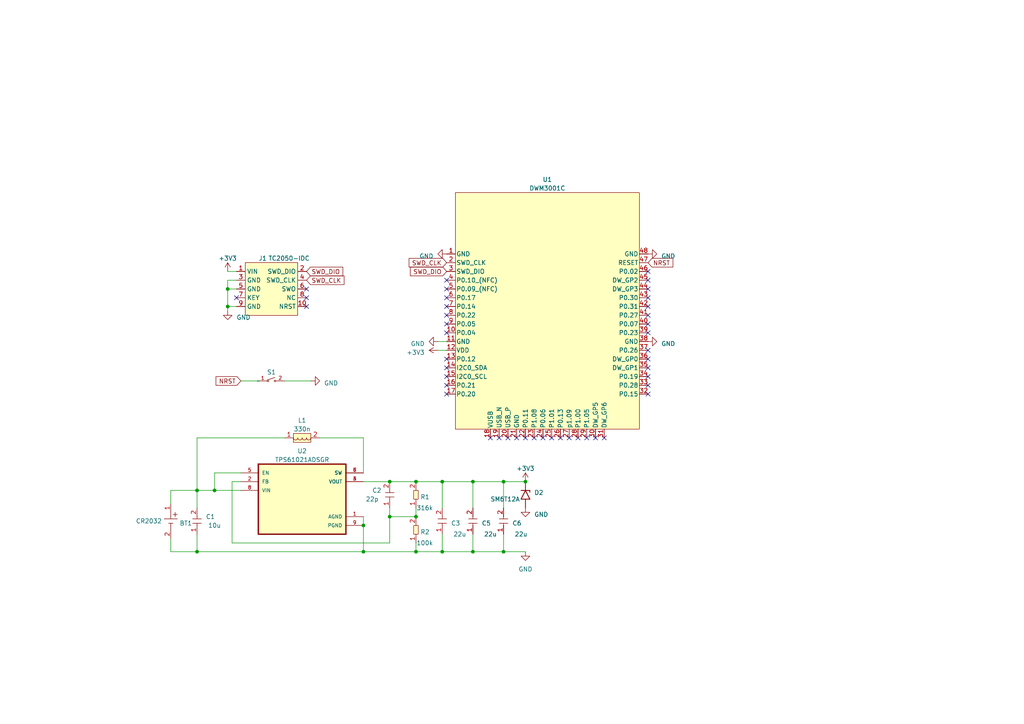
<source format=kicad_sch>
(kicad_sch (version 20230121) (generator eeschema)
  (paper "A4")
  (lib_symbols
    (symbol "Custom_Library:0402_Cap" (pin_names (offset 0.254))
      (property "Reference" "C?" (at -1.27 -2.54 0))
      (symbol "0402_Cap_0_1"
        (polyline (pts (xy 2.54 0) (xy 3.175 0)))
        (polyline (pts (xy 3.175 1.27) (xy 3.175 -1.27)))
        (polyline (pts (xy 4.445 0) (xy 5.08 0)))
        (polyline (pts (xy 4.445 1.27) (xy 4.445 -1.27)))
      )
      (symbol "0402_Cap_1_1"
        (pin passive line (at 0 0 0) (length 2.54) (name "") (number "1"))
        (pin passive line (at 7.62 0 180) (length 2.54) (name "") (number "2"))
      )
    )
    (symbol "Custom_Library:0402_Res"
      (property "Reference" "R?" (at -2.54 -2.54 0))
      (symbol "0402_Res_0_1"
        (polyline (pts (xy 2.54 0.635) (xy 2.54 -0.635) (xy 5.08 -0.635) (xy 5.08 0.635) (xy 2.54 0.635)) (fill (type background)))
      )
      (symbol "0402_Res_1_1"
        (pin passive line (at 0 0 0) (length 2.54) (name "") (number "1"))
        (pin passive line (at 7.62 0 180) (length 2.54) (name "") (number "2"))
      )
    )
    (symbol "Custom_Library:Battery"
      (property "Reference" "BT?" (at 0 -2.54 0))
      (property "Value" "CR2032" (at 8.89 -2.54 0))
      (symbol "Battery_0_1"
        (polyline (pts (xy 2.54 0) (xy 4.445 0) (xy 4.445 1.905) (xy 4.445 -1.905)))
        (polyline (pts (xy 7.62 0) (xy 5.715 0) (xy 5.715 0.635) (xy 5.715 -0.635)))
        (polyline (pts (xy 2.54 1.27) (xy 3.81 1.27) (xy 3.175 1.27) (xy 3.175 1.905) (xy 3.175 0.635) (xy 3.175 1.27)))
      )
      (symbol "Battery_1_1"
        (pin power_out line (at 0 0 0) (length 2.54) (name "") (number "1"))
        (pin power_out line (at 10.16 0 180) (length 2.54) (name "") (number "2"))
      )
    )
    (symbol "Custom_Library:C720477"
      (property "Reference" "S?" (at -1.27 -1.27 0))
      (symbol "C720477_0_0"
        (pin passive line (at 0 0 0) (length 2.54) (name "") (number "1"))
        (pin passive line (at 7.62 0 180) (length 2.54) (name "") (number "2"))
      )
      (symbol "C720477_0_1"
        (polyline (pts (xy 2.54 0.254) (xy 4.826 1.016)))
        (circle (center 2.794 0) (radius 0.254) (fill (type background)))
        (circle (center 4.826 0) (radius 0.254) (fill (type background)))
      )
    )
    (symbol "Custom_Library:DWM3001C" (pin_names (offset 0.254))
      (property "Reference" "U1" (at 27.94 73.66 0))
      (property "Value" "DWM3001C" (at 27.94 71.12 0))
      (symbol "DWM3001C_0_1"
        (rectangle (start 0 68.58) (end 53.34 0) (fill (type background)))
      )
      (symbol "DWM3001C_1_1"
        (pin power_in line (at -2.54 50.8 0) (length 2.54) (name "GND") (number "1"))
        (pin bidirectional line (at -2.54 27.94 0) (length 2.54) (name "P0.04") (number "10"))
        (pin power_in line (at -2.54 25.4 0) (length 2.54) (name "GND") (number "11"))
        (pin power_in line (at -2.54 22.86 0) (length 2.54) (name "VDD") (number "12"))
        (pin bidirectional line (at -2.54 20.32 0) (length 2.54) (name "P0.12") (number "13"))
        (pin bidirectional line (at -2.54 17.78 0) (length 2.54) (name "I2C0_SDA") (number "14"))
        (pin bidirectional line (at -2.54 15.24 0) (length 2.54) (name "I2C0_SCL") (number "15"))
        (pin bidirectional line (at -2.54 12.7 0) (length 2.54) (name "P0.21") (number "16"))
        (pin bidirectional line (at -2.54 10.16 0) (length 2.54) (name "P0.20") (number "17"))
        (pin power_in line (at 10.16 -2.54 90) (length 2.54) (name "VUSB") (number "18"))
        (pin bidirectional line (at 12.7 -2.54 90) (length 2.54) (name "USB_N") (number "19"))
        (pin bidirectional line (at -2.54 48.26 0) (length 2.54) (name "SWD_CLK") (number "2"))
        (pin bidirectional line (at 15.24 -2.54 90) (length 2.54) (name "USB_P") (number "20"))
        (pin power_in line (at 17.78 -2.54 90) (length 2.54) (name "GND") (number "21"))
        (pin bidirectional line (at 20.32 -2.54 90) (length 2.54) (name "P0.11") (number "22"))
        (pin bidirectional line (at 22.86 -2.54 90) (length 2.54) (name "P1.08") (number "23"))
        (pin bidirectional line (at 25.4 -2.54 90) (length 2.54) (name "P0.06") (number "24"))
        (pin bidirectional line (at 27.94 -2.54 90) (length 2.54) (name "P1.01") (number "25"))
        (pin bidirectional line (at 30.48 -2.54 90) (length 2.54) (name "P0.13") (number "26"))
        (pin bidirectional line (at 33.02 -2.54 90) (length 2.54) (name "p1.09") (number "27"))
        (pin bidirectional line (at 35.56 -2.54 90) (length 2.54) (name "P1.00") (number "28"))
        (pin bidirectional line (at 38.1 -2.54 90) (length 2.54) (name "P1.05") (number "29"))
        (pin bidirectional line (at -2.54 45.72 0) (length 2.54) (name "SWD_DIO") (number "3"))
        (pin bidirectional line (at 40.64 -2.54 90) (length 2.54) (name "DW_GP5") (number "30"))
        (pin bidirectional line (at 43.18 -2.54 90) (length 2.54) (name "DW_GP6") (number "31"))
        (pin bidirectional line (at 55.88 10.16 180) (length 2.54) (name "P0.15") (number "32"))
        (pin bidirectional line (at 55.88 12.7 180) (length 2.54) (name "P0.28") (number "33"))
        (pin bidirectional line (at 55.88 15.24 180) (length 2.54) (name "P0.19") (number "34"))
        (pin bidirectional line (at 55.88 17.78 180) (length 2.54) (name "DW_GP1") (number "35"))
        (pin bidirectional line (at 55.88 20.32 180) (length 2.54) (name "DW_GP0") (number "36"))
        (pin bidirectional line (at 55.88 22.86 180) (length 2.54) (name "P0.26") (number "37"))
        (pin power_in line (at 55.88 25.4 180) (length 2.54) (name "GND") (number "38"))
        (pin bidirectional line (at 55.88 27.94 180) (length 2.54) (name "P0.23") (number "39"))
        (pin bidirectional line (at -2.54 43.18 0) (length 2.54) (name "P0.10_(NFC)") (number "4"))
        (pin bidirectional line (at 55.88 30.48 180) (length 2.54) (name "P0.07") (number "40"))
        (pin bidirectional line (at 55.88 33.02 180) (length 2.54) (name "P0.27") (number "41"))
        (pin bidirectional line (at 55.88 35.56 180) (length 2.54) (name "P0.31") (number "42"))
        (pin bidirectional line (at 55.88 38.1 180) (length 2.54) (name "P0.30") (number "43"))
        (pin bidirectional line (at 55.88 40.64 180) (length 2.54) (name "DW_GP3") (number "44"))
        (pin bidirectional line (at 55.88 43.18 180) (length 2.54) (name "DW_GP2") (number "45"))
        (pin bidirectional line (at 55.88 45.72 180) (length 2.54) (name "P0.02") (number "46"))
        (pin bidirectional line (at 55.88 48.26 180) (length 2.54) (name "RESET") (number "47"))
        (pin power_in line (at 55.88 50.8 180) (length 2.54) (name "GND") (number "48"))
        (pin bidirectional line (at -2.54 40.64 0) (length 2.54) (name "P0.09_(NFC)") (number "5"))
        (pin bidirectional line (at -2.54 38.1 0) (length 2.54) (name "P0.17") (number "6"))
        (pin bidirectional line (at -2.54 35.56 0) (length 2.54) (name "P0.14") (number "7"))
        (pin bidirectional line (at -2.54 33.02 0) (length 2.54) (name "P0.22") (number "8"))
        (pin bidirectional line (at -2.54 30.48 0) (length 2.54) (name "P0.05") (number "9"))
      )
    )
    (symbol "Custom_Library:IHLP1212AEERR33M11"
      (property "Reference" "L?" (at 0 -2.54 0))
      (property "Value" "330nH" (at 5.08 -2.54 0))
      (symbol "IHLP1212AEERR33M11_0_1"
        (arc (start 2.54 0) (mid 3.175 -0.6238) (end 3.81 0))
        (rectangle (start 2.54 1.27) (end 7.62 -1.27) (fill (type background)))
        (arc (start 3.81 0) (mid 4.445 -0.6238) (end 5.08 0))
        (arc (start 5.08 0) (mid 5.715 -0.6238) (end 6.35 0))
        (arc (start 6.35 0) (mid 6.985 -0.6238) (end 7.62 0))
      )
      (symbol "IHLP1212AEERR33M11_1_1"
        (pin passive line (at 0 0 0) (length 2.54) (name "") (number "1"))
        (pin passive line (at 10.16 0 180) (length 2.54) (name "") (number "2"))
      )
    )
    (symbol "Custom_Library:TC2050-IDC"
      (property "Reference" "J1" (at -1.27 -1.27 0))
      (property "Value" "TC2050-IDC" (at 7.62 -1.27 0))
      (symbol "TC2050-IDC_0_1"
        (rectangle (start 0 15.24) (end 15.24 0) (fill (type background)))
      )
      (symbol "TC2050-IDC_1_1"
        (pin passive line (at -2.54 12.7 0) (length 2.54) (name "VIN") (number "1"))
        (pin passive line (at 17.78 2.54 180) (length 2.54) (name "NRST") (number "10"))
        (pin passive line (at 17.78 12.7 180) (length 2.54) (name "SWD_DIO") (number "2"))
        (pin passive line (at -2.54 10.16 0) (length 2.54) (name "GND") (number "3"))
        (pin passive line (at 17.78 10.16 180) (length 2.54) (name "SWD_CLK") (number "4"))
        (pin passive line (at -2.54 7.62 0) (length 2.54) (name "GND") (number "5"))
        (pin passive line (at 17.78 7.62 180) (length 2.54) (name "SWO") (number "6"))
        (pin passive line (at -2.54 5.08 0) (length 2.54) (name "KEY") (number "7"))
        (pin passive line (at 17.78 5.08 180) (length 2.54) (name "NC") (number "8"))
        (pin passive line (at -2.54 2.54 0) (length 2.54) (name "GND") (number "9"))
      )
    )
    (symbol "Diode:SM6T12A" (pin_numbers hide) (pin_names (offset 1.016) hide)
      (property "Reference" "D" (at 0 2.54 0))
      (property "Value" "SM6T12A" (at 0 -2.54 0))
      (symbol "SM6T12A_0_1"
        (polyline (pts (xy -0.762 1.27) (xy -1.27 1.27) (xy -1.27 -1.27)) (stroke (width 0.254)))
        (polyline (pts (xy 1.27 1.27) (xy 1.27 -1.27) (xy -1.27 0) (xy 1.27 1.27)) (stroke (width 0.254)))
      )
      (symbol "SM6T12A_1_1"
        (pin passive line (at -3.81 0 0) (length 2.54) (name "A1") (number "1"))
        (pin passive line (at 3.81 0 180) (length 2.54) (name "A2") (number "2"))
      )
    )
    (symbol "TPS61021ADSGR:TPS61021ADSGR" (pin_names (offset 1.016))
      (property "Reference" "U" (at -12.7 11.16 0))
      (property "Value" "TPS61021ADSGR" (at -12.7 -14.16 0))
      (symbol "TPS61021ADSGR_0_0"
        (rectangle (start -12.7 -10.16) (end 12.7 10.16) (stroke (width 0.41)) (fill (type background)))
        (pin power_in line (at 17.78 -5.08 180) (length 5.08) (name "AGND") (number "1"))
        (pin input line (at -17.78 5.08 0) (length 5.08) (name "FB") (number "2"))
        (pin power_out line (at 17.78 5.08 180) (length 5.08) (name "VOUT") (number "3"))
        (pin power_out line (at 17.78 5.08 180) (length 5.08) (name "VOUT") (number "4"))
        (pin input line (at -17.78 7.62 0) (length 5.08) (name "EN") (number "5"))
        (pin output line (at 17.78 7.62 180) (length 5.08) (name "SW") (number "6"))
        (pin output line (at 17.78 7.62 180) (length 5.08) (name "SW") (number "7"))
        (pin power_in line (at -17.78 2.54 0) (length 5.08) (name "VIN") (number "8"))
        (pin power_in line (at 17.78 -7.62 180) (length 5.08) (name "PGND") (number "9"))
      )
    )
    (symbol "power:+3V3" (power) (pin_names (offset 0))
      (property "Value" "+3V3" (at 0 3.556 0))
      (symbol "+3V3_0_1"
        (polyline (pts (xy -0.762 1.27) (xy 0 2.54)))
        (polyline (pts (xy 0 0) (xy 0 2.54)))
        (polyline (pts (xy 0 2.54) (xy 0.762 1.27)))
      )
      (symbol "+3V3_1_1"
        (pin power_in line (at 0 0 90) (length 0) hide (name "+3V3") (number "1"))
      )
    )
    (symbol "power:GND" (power) (pin_names (offset 0))
      (property "Value" "GND" (at 0 -3.81 0))
      (symbol "GND_0_1"
        (polyline (pts (xy 0 0) (xy 0 -1.27) (xy 1.27 -1.27) (xy 0 -2.54) (xy -1.27 -1.27) (xy 0 -1.27)))
      )
      (symbol "GND_1_1"
        (pin power_in line (at 0 0 270) (length 0) hide (name "GND") (number "1"))
      )
    )
  )
  (junction (at 66.04 83.82))
  (junction (at 120.65 149.86))
  (junction (at 146.05 160.02))
  (junction (at 146.05 139.7))
  (junction (at 137.16 139.7))
  (junction (at 57.15 142.24))
  (junction (at 113.03 149.86))
  (junction (at 120.65 160.02))
  (junction (at 128.27 160.02))
  (junction (at 113.03 139.7))
  (junction (at 57.15 160.02))
  (junction (at 105.41 152.4))
  (junction (at 120.65 139.7))
  (junction (at 137.16 160.02))
  (junction (at 105.41 160.02))
  (junction (at 66.04 88.9))
  (junction (at 62.23 142.24))
  (junction (at 152.4 139.7))
  (junction (at 128.27 139.7))
  (no_connect (at 129.54 104.14))
  (no_connect (at 129.54 91.44))
  (no_connect (at 129.54 86.36))
  (no_connect (at 129.54 109.22))
  (no_connect (at 172.72 127))
  (no_connect (at 187.96 91.44))
  (no_connect (at 142.24 127))
  (no_connect (at 129.54 114.3))
  (no_connect (at 187.96 88.9))
  (no_connect (at 157.48 127))
  (no_connect (at 187.96 78.74))
  (no_connect (at 129.54 83.82))
  (no_connect (at 129.54 106.68))
  (no_connect (at 129.54 111.76))
  (no_connect (at 162.56 127))
  (no_connect (at 167.64 127))
  (no_connect (at 88.9 88.9))
  (no_connect (at 144.78 127))
  (no_connect (at 187.96 104.14))
  (no_connect (at 187.96 83.82))
  (no_connect (at 129.54 93.98))
  (no_connect (at 68.58 86.36))
  (no_connect (at 147.32 127))
  (no_connect (at 187.96 93.98))
  (no_connect (at 88.9 83.82))
  (no_connect (at 187.96 86.36))
  (no_connect (at 170.18 127))
  (no_connect (at 160.02 127))
  (no_connect (at 152.4 127))
  (no_connect (at 129.54 88.9))
  (no_connect (at 187.96 114.3))
  (no_connect (at 187.96 106.68))
  (no_connect (at 175.26 127))
  (no_connect (at 149.86 127))
  (no_connect (at 187.96 101.6))
  (no_connect (at 129.54 81.28))
  (no_connect (at 129.54 96.52))
  (no_connect (at 154.94 127))
  (no_connect (at 187.96 96.52))
  (no_connect (at 187.96 109.22))
  (no_connect (at 88.9 86.36))
  (no_connect (at 165.1 127))
  (no_connect (at 187.96 81.28))
  (no_connect (at 187.96 111.76))
  (wire (pts (xy 82.55 110.49) (xy 90.17 110.49)))
  (wire (pts (xy 120.65 160.02) (xy 105.41 160.02)))
  (wire (pts (xy 67.31 157.48) (xy 113.03 157.48)))
  (wire (pts (xy 137.16 154.94) (xy 137.16 160.02)))
  (wire (pts (xy 105.41 127) (xy 105.41 137.16)))
  (wire (pts (xy 66.04 81.28) (xy 66.04 83.82)))
  (wire (pts (xy 137.16 139.7) (xy 128.27 139.7)))
  (wire (pts (xy 62.23 137.16) (xy 62.23 142.24)))
  (wire (pts (xy 49.53 142.24) (xy 49.53 146.05)))
  (wire (pts (xy 137.16 160.02) (xy 146.05 160.02)))
  (wire (pts (xy 69.85 137.16) (xy 62.23 137.16)))
  (wire (pts (xy 120.65 160.02) (xy 128.27 160.02)))
  (wire (pts (xy 67.31 139.7) (xy 67.31 157.48)))
  (wire (pts (xy 57.15 154.94) (xy 57.15 160.02)))
  (wire (pts (xy 66.04 78.74) (xy 68.58 78.74)))
  (wire (pts (xy 120.65 139.7) (xy 113.03 139.7)))
  (wire (pts (xy 120.65 157.48) (xy 120.65 160.02)))
  (wire (pts (xy 49.53 160.02) (xy 49.53 156.21)))
  (wire (pts (xy 105.41 149.86) (xy 105.41 152.4)))
  (wire (pts (xy 92.71 127) (xy 105.41 127)))
  (wire (pts (xy 105.41 152.4) (xy 105.41 160.02)))
  (wire (pts (xy 49.53 142.24) (xy 57.15 142.24)))
  (wire (pts (xy 67.31 139.7) (xy 69.85 139.7)))
  (wire (pts (xy 113.03 149.86) (xy 113.03 147.32)))
  (wire (pts (xy 128.27 139.7) (xy 120.65 139.7)))
  (wire (pts (xy 105.41 139.7) (xy 113.03 139.7)))
  (wire (pts (xy 57.15 142.24) (xy 62.23 142.24)))
  (wire (pts (xy 68.58 81.28) (xy 66.04 81.28)))
  (wire (pts (xy 66.04 88.9) (xy 66.04 90.17)))
  (wire (pts (xy 69.85 110.49) (xy 74.93 110.49)))
  (wire (pts (xy 120.65 147.32) (xy 120.65 149.86)))
  (wire (pts (xy 128.27 147.32) (xy 128.27 139.7)))
  (wire (pts (xy 57.15 160.02) (xy 49.53 160.02)))
  (wire (pts (xy 57.15 127) (xy 82.55 127)))
  (wire (pts (xy 57.15 127) (xy 57.15 142.24)))
  (wire (pts (xy 128.27 154.94) (xy 128.27 160.02)))
  (wire (pts (xy 146.05 147.32) (xy 146.05 139.7)))
  (wire (pts (xy 129.54 99.06) (xy 127 99.06)))
  (wire (pts (xy 146.05 154.94) (xy 146.05 160.02)))
  (wire (pts (xy 113.03 149.86) (xy 120.65 149.86)))
  (wire (pts (xy 57.15 160.02) (xy 105.41 160.02)))
  (wire (pts (xy 127 101.6) (xy 129.54 101.6)))
  (wire (pts (xy 137.16 139.7) (xy 146.05 139.7)))
  (wire (pts (xy 66.04 83.82) (xy 68.58 83.82)))
  (wire (pts (xy 66.04 83.82) (xy 66.04 88.9)))
  (wire (pts (xy 146.05 160.02) (xy 152.4 160.02)))
  (wire (pts (xy 146.05 139.7) (xy 152.4 139.7)))
  (wire (pts (xy 62.23 142.24) (xy 69.85 142.24)))
  (wire (pts (xy 128.27 160.02) (xy 137.16 160.02)))
  (wire (pts (xy 66.04 88.9) (xy 68.58 88.9)))
  (wire (pts (xy 57.15 147.32) (xy 57.15 142.24)))
  (wire (pts (xy 137.16 139.7) (xy 137.16 147.32)))
  (wire (pts (xy 113.03 149.86) (xy 113.03 157.48)))
  (global_label "SWD_CLK" (shape input) (at 88.9 81.28 0) (property "Intersheetrefs" "${INTERSHEET_REFS}" (effects hide)))
  (global_label "NRST" (shape input) (at 69.85 110.49 180) (property "Intersheetrefs" "${INTERSHEET_REFS}" (effects hide)))
  (global_label "NRST" (shape input) (at 187.96 76.2 0) (property "Intersheetrefs" "${INTERSHEET_REFS}" (effects hide)))
  (global_label "SWD_DIO" (shape input) (at 88.9 78.74 0) (property "Intersheetrefs" "${INTERSHEET_REFS}" (effects hide)))
  (global_label "SWD_CLK" (shape input) (at 129.54 76.2 180) (property "Intersheetrefs" "${INTERSHEET_REFS}" (effects hide)))
  (global_label "SWD_DIO" (shape input) (at 129.54 78.74 180) (property "Intersheetrefs" "${INTERSHEET_REFS}" (effects hide)))
  (symbol (lib_id "Custom_Library:C720477") (at 74.93 110.49 0) (unit 1)
    (property "Reference" "S1" (at 78.74 107.95 0))
    (property "Value" "~" (at 74.93 110.49 0))
    (property "Footprint" "RS-032G05A3-SMRT:SW_RS-032G05A3-SMRT" (effects hide))
  )
  (symbol (lib_id "power:+3V3") (at 66.04 78.74 0) (unit 1)
    (property "Reference" "#PWR05" (effects hide))
    (property "Value" "+3V3" (at 66.04 74.93 0))
  )
  (symbol (lib_id "power:GND") (at 152.4 160.02 0) (unit 1)
    (property "Reference" "#PWR02" (effects hide))
    (property "Value" "GND" (at 152.4 165.1 0))
  )
  (symbol (lib_id "Custom_Library:0402_Cap") (at 128.27 154.94 90) (unit 1)
    (property "Reference" "C3" (at 130.81 151.765 90) (effects (justify right)))
    (property "Value" "22u" (at 133.35 154.94 90))
    (property "Footprint" "Capacitor_SMD:C_0603_1608Metric_Pad1.08x0.95mm_HandSolder" (effects hide))
  )
  (symbol (lib_id "Custom_Library:0402_Cap") (at 57.15 154.94 90) (unit 1)
    (property "Reference" "C1" (at 59.69 149.86 90) (effects (justify right)))
    (property "Value" "10u" (at 62.23 152.4 90))
    (property "Footprint" "Capacitor_SMD:C_0603_1608Metric_Pad1.08x0.95mm_HandSolder" (effects hide))
  )
  (symbol (lib_id "Custom_Library:0402_Cap") (at 137.16 154.94 90) (unit 1)
    (property "Reference" "C5" (at 139.7 151.765 90) (effects (justify right)))
    (property "Value" "22u" (at 142.24 154.94 90))
    (property "Footprint" "Capacitor_SMD:C_0603_1608Metric_Pad1.08x0.95mm_HandSolder" (effects hide))
  )
  (symbol (lib_id "Custom_Library:DWM3001C") (at 132.08 124.46 0) (unit 1)
    (property "Reference" "U1" (at 158.75 52.07 0))
    (property "Value" "DWM3001C" (at 158.75 54.61 0))
    (property "Footprint" "Custum_Library:DWM3001C" (effects hide))
  )
  (symbol (lib_id "power:GND") (at 152.4 147.32 0) (unit 1)
    (property "Reference" "#PWR013" (effects hide))
    (property "Value" "GND" (at 154.94 149.225 0) (effects (justify left)))
  )
  (symbol (lib_id "TPS61021ADSGR:TPS61021ADSGR") (at 87.63 144.78 0) (unit 1)
    (property "Reference" "U2" (at 87.63 130.81 0))
    (property "Value" "TPS61021ADSGR" (at 87.63 133.35 0))
    (property "Footprint" "TPS61021ADSGR:TPS61021ADSGR" (effects hide))
  )
  (symbol (lib_id "Custom_Library:Battery") (at 49.53 146.05 270) (unit 1)
    (property "Reference" "BT1" (at 52.07 151.765 90) (effects (justify left)))
    (property "Value" "CR2032" (at 43.18 151.13 90))
    (property "Footprint" "BHX1-2032-SM:BAT_BHX1-2032-SM" (effects hide))
  )
  (symbol (lib_id "power:GND") (at 66.04 90.17 0) (unit 1)
    (property "Reference" "#PWR09" (effects hide))
    (property "Value" "GND" (at 68.58 92.075 0) (effects (justify left)))
  )
  (symbol (lib_id "Diode:SM6T12A") (at 152.4 143.51 270) (unit 1)
    (property "Reference" "D2" (at 154.94 142.875 90) (effects (justify left)))
    (property "Value" "SM6T12A" (at 142.24 144.78 90) (effects (justify left)))
    (property "Footprint" "Diode_SMD:D_SMB" (effects hide))
    (property "Datasheet" "https://www.st.com/resource/en/datasheet/sm6t.pdf" (effects hide))
  )
  (symbol (lib_id "Custom_Library:TC2050-IDC") (at 71.12 91.44 0) (unit 1)
    (property "Reference" "J1" (at 76.2 74.93 0))
    (property "Value" "TC2050-IDC" (at 83.82 74.93 0))
    (property "Footprint" "Custum_Library:TC2050-IDC" (effects hide))
  )
  (symbol (lib_id "Custom_Library:0402_Res") (at 120.65 147.32 90) (unit 1)
    (property "Reference" "R1" (at 121.92 144.145 90) (effects (justify right)))
    (property "Value" "316k" (at 123.19 147.32 90))
    (property "Footprint" "Resistor_SMD:R_0402_1005Metric_Pad0.72x0.64mm_HandSolder" (effects hide))
  )
  (symbol (lib_id "power:+3V3") (at 127 101.6 90) (unit 1)
    (property "Reference" "#PWR04" (effects hide))
    (property "Value" "+3V3" (at 123.19 102.235 90) (effects (justify left)))
  )
  (symbol (lib_id "Custom_Library:IHLP1212AEERR33M11") (at 82.55 127 0) (unit 1)
    (property "Reference" "L1" (at 87.63 121.92 0))
    (property "Value" "330n" (at 87.63 124.46 0))
    (property "Footprint" "SRP4020TA-R33M:IND_SRP4020TA-R33M" (effects hide))
  )
  (symbol (lib_id "Custom_Library:0402_Cap") (at 113.03 147.32 90) (unit 1)
    (property "Reference" "C2" (at 107.95 142.24 90) (effects (justify right)))
    (property "Value" "22p" (at 107.95 144.78 90))
    (property "Footprint" "Capacitor_SMD:C_0402_1005Metric_Pad0.74x0.62mm_HandSolder" (effects hide))
  )
  (symbol (lib_id "power:GND") (at 129.54 73.66 270) (unit 1)
    (property "Reference" "#PWR08" (effects hide))
    (property "Value" "GND" (at 125.73 74.295 90) (effects (justify right)))
  )
  (symbol (lib_id "power:GND") (at 127 99.06 270) (unit 1)
    (property "Reference" "#PWR06" (effects hide))
    (property "Value" "GND" (at 123.19 99.695 90) (effects (justify right)))
  )
  (symbol (lib_id "Custom_Library:0402_Res") (at 120.65 157.48 90) (unit 1)
    (property "Reference" "R2" (at 121.92 154.305 90) (effects (justify right)))
    (property "Value" "100k" (at 123.19 157.48 90))
    (property "Footprint" "Resistor_SMD:R_0402_1005Metric_Pad0.72x0.64mm_HandSolder" (effects hide))
  )
  (symbol (lib_id "power:+3V3") (at 152.4 139.7 0) (unit 1)
    (property "Reference" "#PWR03" (effects hide))
    (property "Value" "+3V3" (at 152.4 135.89 0))
  )
  (symbol (lib_id "power:GND") (at 90.17 110.49 90) (unit 1)
    (property "Reference" "#PWR01" (effects hide))
    (property "Value" "GND" (at 93.98 111.125 90) (effects (justify right)))
  )
  (symbol (lib_id "power:GND") (at 187.96 99.06 90) (unit 1)
    (property "Reference" "#PWR07" (effects hide))
    (property "Value" "GND" (at 191.77 99.695 90) (effects (justify right)))
  )
  (symbol (lib_id "power:GND") (at 187.96 73.66 90) (unit 1)
    (property "Reference" "#PWR010" (effects hide))
    (property "Value" "GND" (at 191.77 74.295 90) (effects (justify right)))
  )
  (symbol (lib_id "Custom_Library:0402_Cap") (at 146.05 154.94 90) (unit 1)
    (property "Reference" "C6" (at 148.59 151.765 90) (effects (justify right)))
    (property "Value" "22u" (at 151.13 154.94 90))
    (property "Footprint" "Capacitor_SMD:C_0603_1608Metric_Pad1.08x0.95mm_HandSolder" (effects hide))
  )
)
</source>
